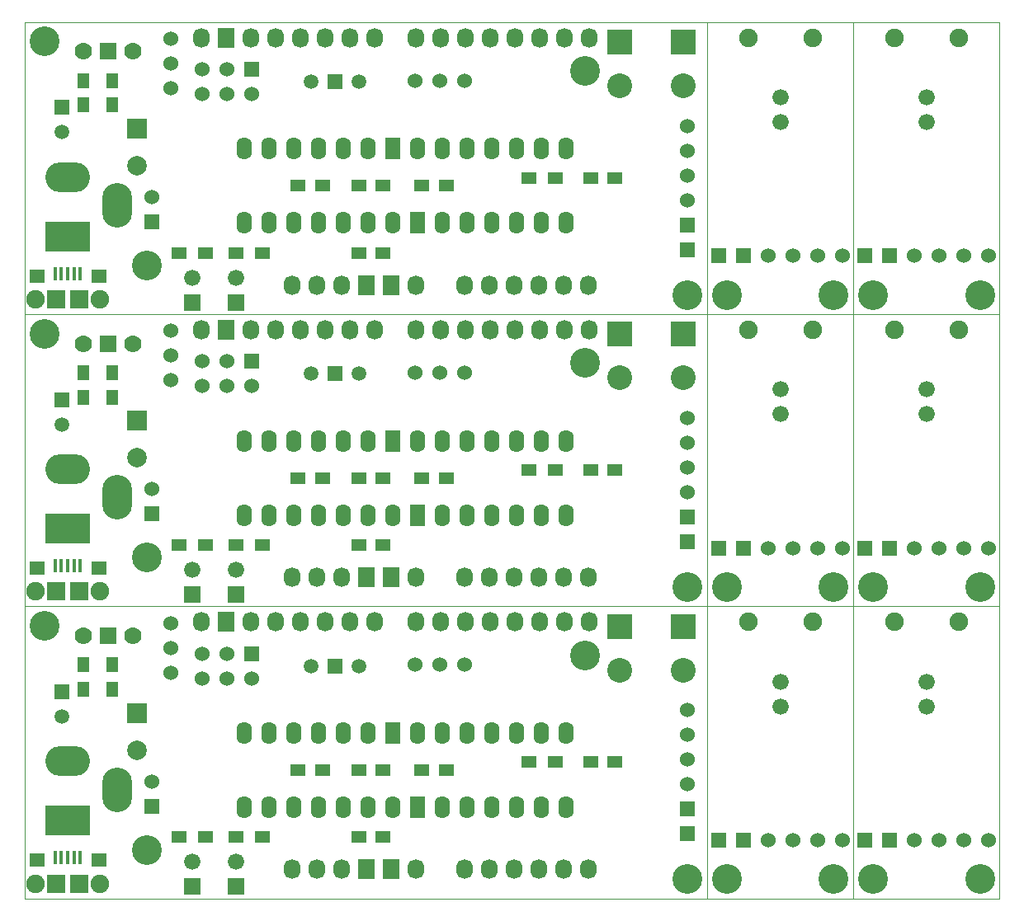
<source format=gbs>
G04 #@! TF.FileFunction,Soldermask,Bot*
%FSLAX46Y46*%
G04 Gerber Fmt 4.6, Leading zero omitted, Abs format (unit mm)*
G04 Created by KiCad (PCBNEW (2014-11-14 BZR 5284)-product) date Mon Dec  1 16:34:46 2014*
%MOMM*%
G01*
G04 APERTURE LIST*
%ADD10C,0.100000*%
%ADD11C,3.048000*%
%ADD12C,1.905000*%
%ADD13R,1.524000X1.524000*%
%ADD14C,1.524000*%
%ADD15C,1.676400*%
%ADD16C,1.778000*%
%ADD17R,1.778000X1.778000*%
%ADD18R,2.540000X2.540000*%
%ADD19C,2.540000*%
%ADD20R,1.500000X1.300000*%
%ADD21R,4.572000X3.048000*%
%ADD22O,4.572000X3.048000*%
%ADD23O,3.048000X4.572000*%
%ADD24O,1.727200X2.032000*%
%ADD25R,1.727200X2.032000*%
%ADD26R,1.676400X1.676400*%
%ADD27R,1.500000X1.250000*%
%ADD28R,1.250000X1.500000*%
%ADD29O,1.574800X2.286000*%
%ADD30R,1.574800X2.286000*%
%ADD31R,0.406400X1.371600*%
%ADD32R,1.600200X1.422400*%
%ADD33R,1.905000X1.905000*%
%ADD34C,1.501140*%
%ADD35R,1.501140X1.501140*%
%ADD36C,1.998980*%
%ADD37R,1.998980X1.998980*%
G04 APERTURE END LIST*
D10*
X115000000Y-120000000D02*
X115000000Y-90000000D01*
X115000000Y-90000000D02*
X130000000Y-90000000D01*
X130000000Y-90000000D02*
X130000000Y-120000000D01*
X130000000Y-120000000D02*
X115000000Y-120000000D01*
X115000000Y-120000000D02*
X100000000Y-120000000D01*
X115000000Y-90000000D02*
X115000000Y-120000000D01*
X100000000Y-90000000D02*
X115000000Y-90000000D01*
X100000000Y-120000000D02*
X100000000Y-90000000D01*
X30000000Y-120000000D02*
X30000000Y-90000000D01*
X100000000Y-120000000D02*
X30000000Y-120000000D01*
X100000000Y-90000000D02*
X100000000Y-120000000D01*
X30000000Y-90000000D02*
X100000000Y-90000000D01*
X30000000Y-60000000D02*
X100000000Y-60000000D01*
X100000000Y-60000000D02*
X100000000Y-90000000D01*
X100000000Y-90000000D02*
X30000000Y-90000000D01*
X30000000Y-90000000D02*
X30000000Y-60000000D01*
X100000000Y-90000000D02*
X100000000Y-60000000D01*
X100000000Y-60000000D02*
X115000000Y-60000000D01*
X115000000Y-60000000D02*
X115000000Y-90000000D01*
X115000000Y-90000000D02*
X100000000Y-90000000D01*
X130000000Y-90000000D02*
X115000000Y-90000000D01*
X130000000Y-60000000D02*
X130000000Y-90000000D01*
X115000000Y-60000000D02*
X130000000Y-60000000D01*
X115000000Y-90000000D02*
X115000000Y-60000000D01*
X115000000Y-60000000D02*
X115000000Y-30000000D01*
X115000000Y-30000000D02*
X130000000Y-30000000D01*
X130000000Y-30000000D02*
X130000000Y-60000000D01*
X130000000Y-60000000D02*
X115000000Y-60000000D01*
X115000000Y-60000000D02*
X100000000Y-60000000D01*
X115000000Y-30000000D02*
X115000000Y-60000000D01*
X100000000Y-30000000D02*
X115000000Y-30000000D01*
X100000000Y-60000000D02*
X100000000Y-30000000D01*
X30000000Y-60000000D02*
X30000000Y-30000000D01*
X100000000Y-60000000D02*
X30000000Y-60000000D01*
X100000000Y-30000000D02*
X100000000Y-60000000D01*
X30000000Y-30000000D02*
X100000000Y-30000000D01*
D11*
X117000000Y-118000000D03*
X128000000Y-118000000D03*
D12*
X125802000Y-91583000D03*
X119198000Y-91583000D03*
D13*
X116150000Y-114000000D03*
X118690000Y-114000000D03*
D14*
X121230000Y-114000000D03*
X123770000Y-114000000D03*
X126310000Y-114000000D03*
X128850000Y-114000000D03*
D15*
X122500000Y-97730000D03*
X122500000Y-100270000D03*
D16*
X35960000Y-93000000D03*
D17*
X38500000Y-93000000D03*
D16*
X41040000Y-93000000D03*
D18*
X97550000Y-92050000D03*
D19*
X91050000Y-96550000D03*
X97550000Y-96550000D03*
D18*
X91050000Y-92050000D03*
D20*
X54350000Y-113700000D03*
X51650000Y-113700000D03*
X45850000Y-113700000D03*
X48550000Y-113700000D03*
X81750000Y-106000000D03*
X84450000Y-106000000D03*
D11*
X98000000Y-118000000D03*
X42500000Y-115000000D03*
D21*
X34400000Y-112000000D03*
D22*
X34400000Y-105904000D03*
D23*
X39480000Y-108825000D03*
D14*
X48160000Y-97370000D03*
X48160000Y-94830000D03*
X50700000Y-97370000D03*
X50700000Y-94830000D03*
X53240000Y-97370000D03*
D13*
X53240000Y-94830000D03*
D24*
X65890000Y-91600000D03*
X63350000Y-91600000D03*
X60810000Y-91600000D03*
X58270000Y-91600000D03*
X55730000Y-91600000D03*
X53190000Y-91600000D03*
D25*
X50650000Y-91600000D03*
D24*
X48110000Y-91600000D03*
X87890000Y-91600000D03*
X85350000Y-91600000D03*
X82810000Y-91600000D03*
X80270000Y-91600000D03*
X77730000Y-91600000D03*
X75190000Y-91600000D03*
X72650000Y-91600000D03*
X70110000Y-91600000D03*
X75150000Y-117000000D03*
X77690000Y-117000000D03*
X80230000Y-117000000D03*
X82770000Y-117000000D03*
X85310000Y-117000000D03*
X87850000Y-117000000D03*
X57450000Y-117000000D03*
X59990000Y-117000000D03*
X62530000Y-117000000D03*
D25*
X65070000Y-117000000D03*
X67610000Y-117000000D03*
D24*
X70150000Y-117000000D03*
D14*
X45000000Y-91710000D03*
X45000000Y-94250000D03*
X45000000Y-96790000D03*
D15*
X51700000Y-116230000D03*
D26*
X51700000Y-118770000D03*
D15*
X47200000Y-116230000D03*
D26*
X47200000Y-118770000D03*
D27*
X60550000Y-106800000D03*
X58050000Y-106800000D03*
X64250000Y-106800000D03*
X66750000Y-106800000D03*
X88050000Y-106000000D03*
X90550000Y-106000000D03*
X70750000Y-106800000D03*
X73250000Y-106800000D03*
D28*
X39000000Y-98500000D03*
X39000000Y-96000000D03*
X36000000Y-96000000D03*
X36000000Y-98500000D03*
D27*
X64250000Y-113700000D03*
X66750000Y-113700000D03*
D29*
X82970000Y-102990000D03*
X80430000Y-102990000D03*
X77890000Y-102990000D03*
X75350000Y-102990000D03*
X72810000Y-102990000D03*
X70270000Y-102990000D03*
D30*
X67730000Y-102990000D03*
D29*
X65190000Y-102990000D03*
X62650000Y-102990000D03*
X60110000Y-102990000D03*
X57570000Y-102990000D03*
X55030000Y-102990000D03*
X52490000Y-102990000D03*
X85510000Y-102990000D03*
X52490000Y-110610000D03*
X55030000Y-110610000D03*
X57570000Y-110610000D03*
X60110000Y-110610000D03*
X62650000Y-110610000D03*
X65190000Y-110610000D03*
X67730000Y-110610000D03*
D30*
X70270000Y-110610000D03*
D29*
X72810000Y-110610000D03*
X75350000Y-110610000D03*
X77890000Y-110610000D03*
X80430000Y-110610000D03*
X82970000Y-110610000D03*
X85510000Y-110610000D03*
D13*
X98000000Y-113350000D03*
X98000000Y-110810000D03*
D14*
X98000000Y-108270000D03*
X98000000Y-105730000D03*
X98000000Y-103190000D03*
X98000000Y-100650000D03*
D31*
X34400000Y-115800000D03*
X33749760Y-115800000D03*
X33099520Y-115800000D03*
X35050240Y-115800000D03*
X35700480Y-115800000D03*
D32*
X37575000Y-116054000D03*
X31225000Y-116054000D03*
D33*
X35606500Y-118467000D03*
X33193500Y-118467000D03*
D12*
X37702000Y-118467000D03*
X31098000Y-118467000D03*
D34*
X64240940Y-96100000D03*
X59359060Y-96100000D03*
D35*
X61800000Y-96100000D03*
D36*
X41500000Y-104750000D03*
D37*
X41500000Y-100940000D03*
D11*
X32000000Y-92000000D03*
X87500000Y-95000000D03*
D14*
X70060000Y-96000000D03*
X72600000Y-96000000D03*
X75140000Y-96000000D03*
D35*
X33800000Y-98760000D03*
D34*
X33800000Y-101300000D03*
D15*
X107500000Y-97730000D03*
X107500000Y-100270000D03*
D13*
X101150000Y-114000000D03*
X103690000Y-114000000D03*
D14*
X106230000Y-114000000D03*
X108770000Y-114000000D03*
X111310000Y-114000000D03*
X113850000Y-114000000D03*
D12*
X110802000Y-91583000D03*
X104198000Y-91583000D03*
D11*
X113000000Y-118000000D03*
X102000000Y-118000000D03*
D13*
X43000000Y-110520000D03*
D14*
X43000000Y-107980000D03*
D13*
X43000000Y-80520000D03*
D14*
X43000000Y-77980000D03*
D11*
X102000000Y-88000000D03*
X113000000Y-88000000D03*
D12*
X110802000Y-61583000D03*
X104198000Y-61583000D03*
D13*
X101150000Y-84000000D03*
X103690000Y-84000000D03*
D14*
X106230000Y-84000000D03*
X108770000Y-84000000D03*
X111310000Y-84000000D03*
X113850000Y-84000000D03*
D15*
X107500000Y-67730000D03*
X107500000Y-70270000D03*
D35*
X33800000Y-68760000D03*
D34*
X33800000Y-71300000D03*
D14*
X70060000Y-66000000D03*
X72600000Y-66000000D03*
X75140000Y-66000000D03*
D11*
X87500000Y-65000000D03*
X32000000Y-62000000D03*
D36*
X41500000Y-74750000D03*
D37*
X41500000Y-70940000D03*
D34*
X64240940Y-66100000D03*
X59359060Y-66100000D03*
D35*
X61800000Y-66100000D03*
D31*
X34400000Y-85800000D03*
X33749760Y-85800000D03*
X33099520Y-85800000D03*
X35050240Y-85800000D03*
X35700480Y-85800000D03*
D32*
X37575000Y-86054000D03*
X31225000Y-86054000D03*
D33*
X35606500Y-88467000D03*
X33193500Y-88467000D03*
D12*
X37702000Y-88467000D03*
X31098000Y-88467000D03*
D13*
X98000000Y-83350000D03*
X98000000Y-80810000D03*
D14*
X98000000Y-78270000D03*
X98000000Y-75730000D03*
X98000000Y-73190000D03*
X98000000Y-70650000D03*
D29*
X82970000Y-72990000D03*
X80430000Y-72990000D03*
X77890000Y-72990000D03*
X75350000Y-72990000D03*
X72810000Y-72990000D03*
X70270000Y-72990000D03*
D30*
X67730000Y-72990000D03*
D29*
X65190000Y-72990000D03*
X62650000Y-72990000D03*
X60110000Y-72990000D03*
X57570000Y-72990000D03*
X55030000Y-72990000D03*
X52490000Y-72990000D03*
X85510000Y-72990000D03*
X52490000Y-80610000D03*
X55030000Y-80610000D03*
X57570000Y-80610000D03*
X60110000Y-80610000D03*
X62650000Y-80610000D03*
X65190000Y-80610000D03*
X67730000Y-80610000D03*
D30*
X70270000Y-80610000D03*
D29*
X72810000Y-80610000D03*
X75350000Y-80610000D03*
X77890000Y-80610000D03*
X80430000Y-80610000D03*
X82970000Y-80610000D03*
X85510000Y-80610000D03*
D27*
X64250000Y-83700000D03*
X66750000Y-83700000D03*
D28*
X36000000Y-66000000D03*
X36000000Y-68500000D03*
X39000000Y-68500000D03*
X39000000Y-66000000D03*
D27*
X70750000Y-76800000D03*
X73250000Y-76800000D03*
X88050000Y-76000000D03*
X90550000Y-76000000D03*
X64250000Y-76800000D03*
X66750000Y-76800000D03*
X60550000Y-76800000D03*
X58050000Y-76800000D03*
D15*
X47200000Y-86230000D03*
D26*
X47200000Y-88770000D03*
D15*
X51700000Y-86230000D03*
D26*
X51700000Y-88770000D03*
D14*
X45000000Y-61710000D03*
X45000000Y-64250000D03*
X45000000Y-66790000D03*
D24*
X57450000Y-87000000D03*
X59990000Y-87000000D03*
X62530000Y-87000000D03*
D25*
X65070000Y-87000000D03*
X67610000Y-87000000D03*
D24*
X70150000Y-87000000D03*
X75150000Y-87000000D03*
X77690000Y-87000000D03*
X80230000Y-87000000D03*
X82770000Y-87000000D03*
X85310000Y-87000000D03*
X87850000Y-87000000D03*
X87890000Y-61600000D03*
X85350000Y-61600000D03*
X82810000Y-61600000D03*
X80270000Y-61600000D03*
X77730000Y-61600000D03*
X75190000Y-61600000D03*
X72650000Y-61600000D03*
X70110000Y-61600000D03*
X65890000Y-61600000D03*
X63350000Y-61600000D03*
X60810000Y-61600000D03*
X58270000Y-61600000D03*
X55730000Y-61600000D03*
X53190000Y-61600000D03*
D25*
X50650000Y-61600000D03*
D24*
X48110000Y-61600000D03*
D14*
X48160000Y-67370000D03*
X48160000Y-64830000D03*
X50700000Y-67370000D03*
X50700000Y-64830000D03*
X53240000Y-67370000D03*
D13*
X53240000Y-64830000D03*
D21*
X34400000Y-82000000D03*
D22*
X34400000Y-75904000D03*
D23*
X39480000Y-78825000D03*
D11*
X42500000Y-85000000D03*
X98000000Y-88000000D03*
D20*
X81750000Y-76000000D03*
X84450000Y-76000000D03*
X45850000Y-83700000D03*
X48550000Y-83700000D03*
X54350000Y-83700000D03*
X51650000Y-83700000D03*
D18*
X97550000Y-62050000D03*
D19*
X91050000Y-66550000D03*
X97550000Y-66550000D03*
D18*
X91050000Y-62050000D03*
D16*
X35960000Y-63000000D03*
D17*
X38500000Y-63000000D03*
D16*
X41040000Y-63000000D03*
D15*
X122500000Y-67730000D03*
X122500000Y-70270000D03*
D13*
X116150000Y-84000000D03*
X118690000Y-84000000D03*
D14*
X121230000Y-84000000D03*
X123770000Y-84000000D03*
X126310000Y-84000000D03*
X128850000Y-84000000D03*
D12*
X125802000Y-61583000D03*
X119198000Y-61583000D03*
D11*
X128000000Y-88000000D03*
X117000000Y-88000000D03*
X117000000Y-58000000D03*
X128000000Y-58000000D03*
D12*
X125802000Y-31583000D03*
X119198000Y-31583000D03*
D13*
X116150000Y-54000000D03*
X118690000Y-54000000D03*
D14*
X121230000Y-54000000D03*
X123770000Y-54000000D03*
X126310000Y-54000000D03*
X128850000Y-54000000D03*
D15*
X122500000Y-37730000D03*
X122500000Y-40270000D03*
D16*
X35960000Y-33000000D03*
D17*
X38500000Y-33000000D03*
D16*
X41040000Y-33000000D03*
D18*
X97550000Y-32050000D03*
D19*
X91050000Y-36550000D03*
X97550000Y-36550000D03*
D18*
X91050000Y-32050000D03*
D20*
X54350000Y-53700000D03*
X51650000Y-53700000D03*
X45850000Y-53700000D03*
X48550000Y-53700000D03*
X81750000Y-46000000D03*
X84450000Y-46000000D03*
D11*
X98000000Y-58000000D03*
X42500000Y-55000000D03*
D21*
X34400000Y-52000000D03*
D22*
X34400000Y-45904000D03*
D23*
X39480000Y-48825000D03*
D14*
X48160000Y-37370000D03*
X48160000Y-34830000D03*
X50700000Y-37370000D03*
X50700000Y-34830000D03*
X53240000Y-37370000D03*
D13*
X53240000Y-34830000D03*
D24*
X65890000Y-31600000D03*
X63350000Y-31600000D03*
X60810000Y-31600000D03*
X58270000Y-31600000D03*
X55730000Y-31600000D03*
X53190000Y-31600000D03*
D25*
X50650000Y-31600000D03*
D24*
X48110000Y-31600000D03*
X87890000Y-31600000D03*
X85350000Y-31600000D03*
X82810000Y-31600000D03*
X80270000Y-31600000D03*
X77730000Y-31600000D03*
X75190000Y-31600000D03*
X72650000Y-31600000D03*
X70110000Y-31600000D03*
X75150000Y-57000000D03*
X77690000Y-57000000D03*
X80230000Y-57000000D03*
X82770000Y-57000000D03*
X85310000Y-57000000D03*
X87850000Y-57000000D03*
X57450000Y-57000000D03*
X59990000Y-57000000D03*
X62530000Y-57000000D03*
D25*
X65070000Y-57000000D03*
X67610000Y-57000000D03*
D24*
X70150000Y-57000000D03*
D14*
X45000000Y-31710000D03*
X45000000Y-34250000D03*
X45000000Y-36790000D03*
D15*
X51700000Y-56230000D03*
D26*
X51700000Y-58770000D03*
D15*
X47200000Y-56230000D03*
D26*
X47200000Y-58770000D03*
D27*
X60550000Y-46800000D03*
X58050000Y-46800000D03*
X64250000Y-46800000D03*
X66750000Y-46800000D03*
X88050000Y-46000000D03*
X90550000Y-46000000D03*
X70750000Y-46800000D03*
X73250000Y-46800000D03*
D28*
X39000000Y-38500000D03*
X39000000Y-36000000D03*
X36000000Y-36000000D03*
X36000000Y-38500000D03*
D27*
X64250000Y-53700000D03*
X66750000Y-53700000D03*
D29*
X82970000Y-42990000D03*
X80430000Y-42990000D03*
X77890000Y-42990000D03*
X75350000Y-42990000D03*
X72810000Y-42990000D03*
X70270000Y-42990000D03*
D30*
X67730000Y-42990000D03*
D29*
X65190000Y-42990000D03*
X62650000Y-42990000D03*
X60110000Y-42990000D03*
X57570000Y-42990000D03*
X55030000Y-42990000D03*
X52490000Y-42990000D03*
X85510000Y-42990000D03*
X52490000Y-50610000D03*
X55030000Y-50610000D03*
X57570000Y-50610000D03*
X60110000Y-50610000D03*
X62650000Y-50610000D03*
X65190000Y-50610000D03*
X67730000Y-50610000D03*
D30*
X70270000Y-50610000D03*
D29*
X72810000Y-50610000D03*
X75350000Y-50610000D03*
X77890000Y-50610000D03*
X80430000Y-50610000D03*
X82970000Y-50610000D03*
X85510000Y-50610000D03*
D13*
X98000000Y-53350000D03*
X98000000Y-50810000D03*
D14*
X98000000Y-48270000D03*
X98000000Y-45730000D03*
X98000000Y-43190000D03*
X98000000Y-40650000D03*
D31*
X34400000Y-55800000D03*
X33749760Y-55800000D03*
X33099520Y-55800000D03*
X35050240Y-55800000D03*
X35700480Y-55800000D03*
D32*
X37575000Y-56054000D03*
X31225000Y-56054000D03*
D33*
X35606500Y-58467000D03*
X33193500Y-58467000D03*
D12*
X37702000Y-58467000D03*
X31098000Y-58467000D03*
D34*
X64240940Y-36100000D03*
X59359060Y-36100000D03*
D35*
X61800000Y-36100000D03*
D36*
X41500000Y-44750000D03*
D37*
X41500000Y-40940000D03*
D11*
X32000000Y-32000000D03*
X87500000Y-35000000D03*
D14*
X70060000Y-36000000D03*
X72600000Y-36000000D03*
X75140000Y-36000000D03*
D35*
X33800000Y-38760000D03*
D34*
X33800000Y-41300000D03*
D15*
X107500000Y-37730000D03*
X107500000Y-40270000D03*
D13*
X101150000Y-54000000D03*
X103690000Y-54000000D03*
D14*
X106230000Y-54000000D03*
X108770000Y-54000000D03*
X111310000Y-54000000D03*
X113850000Y-54000000D03*
D12*
X110802000Y-31583000D03*
X104198000Y-31583000D03*
D11*
X113000000Y-58000000D03*
X102000000Y-58000000D03*
D13*
X43000000Y-50520000D03*
D14*
X43000000Y-47980000D03*
M02*

</source>
